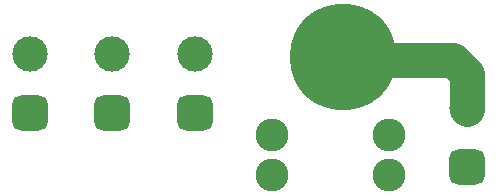
<source format=gbr>
%TF.GenerationSoftware,KiCad,Pcbnew,8.0.5*%
%TF.CreationDate,2024-12-06T13:05:19-05:00*%
%TF.ProjectId,RailsidePDB,5261696c-7369-4646-9550-44422e6b6963,rev?*%
%TF.SameCoordinates,Original*%
%TF.FileFunction,Copper,L1,Top*%
%TF.FilePolarity,Positive*%
%FSLAX46Y46*%
G04 Gerber Fmt 4.6, Leading zero omitted, Abs format (unit mm)*
G04 Created by KiCad (PCBNEW 8.0.5) date 2024-12-06 13:05:19*
%MOMM*%
%LPD*%
G01*
G04 APERTURE LIST*
G04 Aperture macros list*
%AMRoundRect*
0 Rectangle with rounded corners*
0 $1 Rounding radius*
0 $2 $3 $4 $5 $6 $7 $8 $9 X,Y pos of 4 corners*
0 Add a 4 corners polygon primitive as box body*
4,1,4,$2,$3,$4,$5,$6,$7,$8,$9,$2,$3,0*
0 Add four circle primitives for the rounded corners*
1,1,$1+$1,$2,$3*
1,1,$1+$1,$4,$5*
1,1,$1+$1,$6,$7*
1,1,$1+$1,$8,$9*
0 Add four rect primitives between the rounded corners*
20,1,$1+$1,$2,$3,$4,$5,0*
20,1,$1+$1,$4,$5,$6,$7,0*
20,1,$1+$1,$6,$7,$8,$9,0*
20,1,$1+$1,$8,$9,$2,$3,0*%
G04 Aperture macros list end*
%TA.AperFunction,WasherPad*%
%ADD10C,9.000000*%
%TD*%
%TA.AperFunction,ComponentPad*%
%ADD11RoundRect,0.750000X0.750000X-0.750000X0.750000X0.750000X-0.750000X0.750000X-0.750000X-0.750000X0*%
%TD*%
%TA.AperFunction,ComponentPad*%
%ADD12C,3.000000*%
%TD*%
%TA.AperFunction,ComponentPad*%
%ADD13C,2.780000*%
%TD*%
%TA.AperFunction,Conductor*%
%ADD14C,3.000000*%
%TD*%
%TA.AperFunction,Conductor*%
%ADD15C,1.500000*%
%TD*%
G04 APERTURE END LIST*
D10*
%TO.P,,*%
%TO.N,*%
X98025000Y-66750000D03*
%TD*%
D11*
%TO.P,BT2,1,+*%
%TO.N,Net-(BT1-+)*%
X78500000Y-71500000D03*
D12*
%TO.P,BT2,2,-*%
%TO.N,Net-(BT1--)*%
X78500000Y-66500000D03*
%TD*%
D11*
%TO.P,BT3,1,+*%
%TO.N,Net-(BT1-+)*%
X71500000Y-71500000D03*
D12*
%TO.P,BT3,2,-*%
%TO.N,Net-(BT1--)*%
X71500000Y-66500000D03*
%TD*%
D11*
%TO.P,BT4,1,+*%
%TO.N,Net-(BT1-+)*%
X108500000Y-76000000D03*
D12*
%TO.P,BT4,2,-*%
%TO.N,Net-(BT4--)*%
X108500000Y-71000000D03*
%TD*%
D13*
%TO.P,Fuse,1*%
%TO.N,Net-(BT1--)*%
X92040000Y-73300000D03*
X92040000Y-76700000D03*
%TO.P,Fuse,2*%
%TO.N,Net-(SW1-A)*%
X101960000Y-73300000D03*
X101960000Y-76700000D03*
%TD*%
D11*
%TO.P,BT1,1,+*%
%TO.N,Net-(BT1-+)*%
X85500000Y-71500000D03*
D12*
%TO.P,BT1,2,-*%
%TO.N,Net-(BT1--)*%
X85500000Y-66500000D03*
%TD*%
D14*
%TO.N,Net-(BT4--)*%
X107340000Y-67000000D02*
X98975000Y-67000000D01*
X108500000Y-68160000D02*
X107340000Y-67000000D01*
X98975000Y-67000000D02*
X98625000Y-66650000D01*
X108500000Y-71110000D02*
X108500000Y-68160000D01*
D15*
%TO.N,Net-(BT1-+)*%
X85275000Y-70775000D02*
X85500000Y-71000000D01*
%TD*%
M02*

</source>
